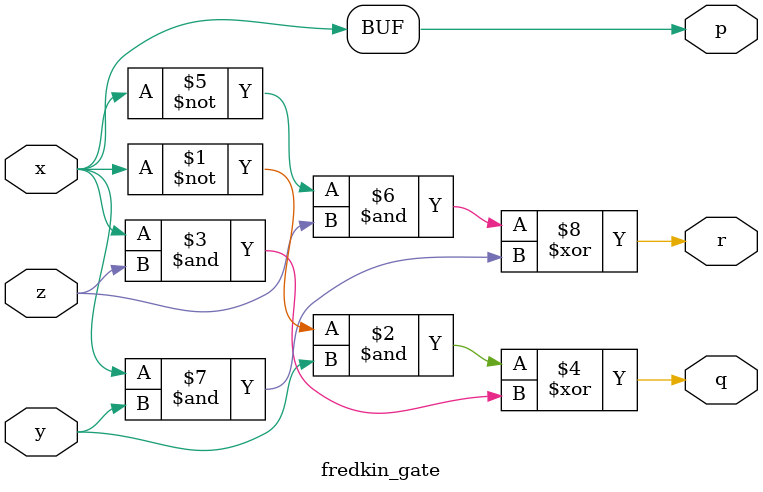
<source format=v>
`timescale 1ns / 1ps


module fredkin_gate(
    input x,y,z,
    output p,q,r
    );
    assign p = x;
    assign q = ~x&y ^ x&z;
    assign r = ~x&z ^ x&y;
endmodule

</source>
